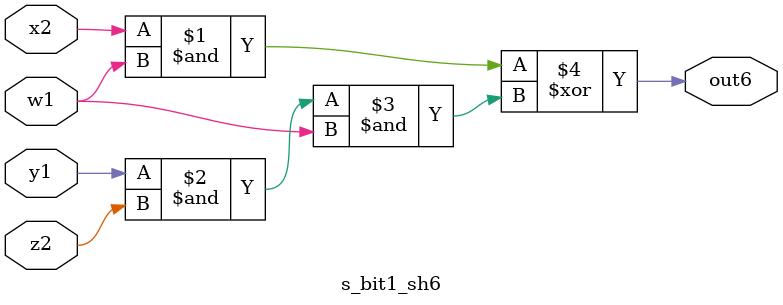
<source format=sv>

module s_bit1_sh6 (
  x2,
  w1,
  y1,
  z2,
  out6
);

    input wire x2;
    input wire w1;
    input wire y1;
    input wire z2;

    output wire out6;

    assign out6 = x2 & w1 ^ y1 & z2 & w1 ;

endmodule

</source>
